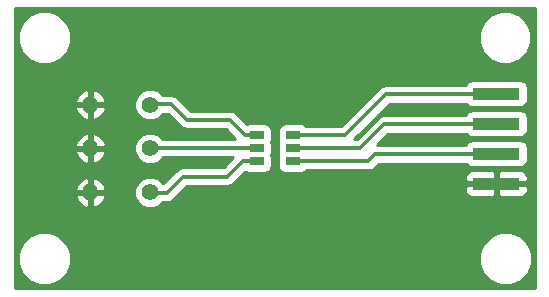
<source format=gtl>
G04 #@! TF.FileFunction,Copper,L1,Top,Signal*
%FSLAX46Y46*%
G04 Gerber Fmt 4.6, Leading zero omitted, Abs format (unit mm)*
G04 Created by KiCad (PCBNEW 4.0.7) date 01/10/18 12:45:48*
%MOMM*%
%LPD*%
G01*
G04 APERTURE LIST*
%ADD10C,0.150000*%
%ADD11R,3.997960X0.998220*%
%ADD12R,1.300000X0.700000*%
%ADD13C,1.400000*%
%ADD14O,1.400000X1.400000*%
%ADD15C,0.304800*%
%ADD16C,0.254000*%
G04 APERTURE END LIST*
D10*
D11*
X117819100Y-58890000D03*
X117819100Y-61430000D03*
X117819100Y-63970000D03*
X117819100Y-66510000D03*
D12*
X97510000Y-62400000D03*
X97510000Y-63500000D03*
X97510000Y-64600000D03*
X100610000Y-64600000D03*
X100610000Y-63500000D03*
X100610000Y-62400000D03*
D13*
X88510000Y-59820000D03*
D14*
X83430000Y-59820000D03*
D13*
X88510000Y-63510000D03*
D14*
X83430000Y-63510000D03*
D13*
X88510000Y-67250000D03*
D14*
X83430000Y-67250000D03*
D15*
X118400000Y-58950000D02*
X108450000Y-58950000D01*
X105000000Y-62400000D02*
X100610000Y-62400000D01*
X108450000Y-58950000D02*
X105000000Y-62400000D01*
X118400000Y-61490000D02*
X108310000Y-61490000D01*
X106300000Y-63500000D02*
X100610000Y-63500000D01*
X108310000Y-61490000D02*
X106300000Y-63500000D01*
X118400000Y-64030000D02*
X107520000Y-64030000D01*
X106950000Y-64600000D02*
X100610000Y-64600000D01*
X107520000Y-64030000D02*
X106950000Y-64600000D01*
X117819100Y-66510000D02*
X108540000Y-66520000D01*
X105700000Y-69360000D02*
X81570000Y-69350000D01*
X108540000Y-66520000D02*
X105700000Y-69360000D01*
X83270000Y-67300000D02*
X82520000Y-67300000D01*
X82520000Y-67300000D02*
X81470000Y-68350000D01*
X83270000Y-63500000D02*
X82220000Y-63500000D01*
X82220000Y-63500000D02*
X81470000Y-64250000D01*
X83270000Y-59800000D02*
X81720000Y-59800000D01*
X81720000Y-59800000D02*
X81470000Y-60050000D01*
X81570000Y-69350000D02*
X86710000Y-69380000D01*
X81470000Y-69250000D02*
X81570000Y-69350000D01*
X81470000Y-60050000D02*
X81470000Y-64250000D01*
X81470000Y-64250000D02*
X81470000Y-65200000D01*
X81470000Y-65200000D02*
X81470000Y-68350000D01*
X81470000Y-68350000D02*
X81470000Y-69250000D01*
X95219820Y-61100000D02*
X91600000Y-61100000D01*
X97584260Y-62400180D02*
X96520000Y-62400180D01*
X95755460Y-61635640D02*
X96520000Y-62400180D01*
X95269820Y-61150000D02*
X95755460Y-61635640D01*
X95219820Y-61100000D02*
X95269820Y-61150000D01*
X90300000Y-59800000D02*
X88550000Y-59800000D01*
X91600000Y-61100000D02*
X90300000Y-59800000D01*
X97510000Y-63500000D02*
X88550000Y-63500000D01*
X97510000Y-64600000D02*
X96350000Y-64600000D01*
X89900000Y-67300000D02*
X88550000Y-67300000D01*
X91300000Y-65900000D02*
X89900000Y-67300000D01*
X95050000Y-65900000D02*
X91300000Y-65900000D01*
X96350000Y-64600000D02*
X95050000Y-65900000D01*
D16*
G36*
X121094500Y-75374500D02*
X77025500Y-75374500D01*
X77025500Y-73292619D01*
X77314613Y-73292619D01*
X77654155Y-74114372D01*
X78282321Y-74743636D01*
X79103481Y-75084611D01*
X79992619Y-75085387D01*
X80814372Y-74745845D01*
X81443636Y-74117679D01*
X81784611Y-73296519D01*
X81784614Y-73292619D01*
X116364613Y-73292619D01*
X116704155Y-74114372D01*
X117332321Y-74743636D01*
X118153481Y-75084611D01*
X119042619Y-75085387D01*
X119864372Y-74745845D01*
X120493636Y-74117679D01*
X120834611Y-73296519D01*
X120835387Y-72407381D01*
X120495845Y-71585628D01*
X119867679Y-70956364D01*
X119046519Y-70615389D01*
X118157381Y-70614613D01*
X117335628Y-70954155D01*
X116706364Y-71582321D01*
X116365389Y-72403481D01*
X116364613Y-73292619D01*
X81784614Y-73292619D01*
X81785387Y-72407381D01*
X81445845Y-71585628D01*
X80817679Y-70956364D01*
X79996519Y-70615389D01*
X79107381Y-70614613D01*
X78285628Y-70954155D01*
X77656364Y-71582321D01*
X77315389Y-72403481D01*
X77314613Y-73292619D01*
X77025500Y-73292619D01*
X77025500Y-67583329D01*
X82137284Y-67583329D01*
X82280203Y-67928396D01*
X82627337Y-68316764D01*
X83096669Y-68542727D01*
X83303000Y-68420206D01*
X83303000Y-67377000D01*
X83557000Y-67377000D01*
X83557000Y-68420206D01*
X83763331Y-68542727D01*
X84232663Y-68316764D01*
X84579797Y-67928396D01*
X84722716Y-67583329D01*
X84599374Y-67377000D01*
X83557000Y-67377000D01*
X83303000Y-67377000D01*
X82260626Y-67377000D01*
X82137284Y-67583329D01*
X77025500Y-67583329D01*
X77025500Y-66916671D01*
X82137284Y-66916671D01*
X82260626Y-67123000D01*
X83303000Y-67123000D01*
X83303000Y-66079794D01*
X83557000Y-66079794D01*
X83557000Y-67123000D01*
X84599374Y-67123000D01*
X84722716Y-66916671D01*
X84579797Y-66571604D01*
X84232663Y-66183236D01*
X83763331Y-65957273D01*
X83557000Y-66079794D01*
X83303000Y-66079794D01*
X83096669Y-65957273D01*
X82627337Y-66183236D01*
X82280203Y-66571604D01*
X82137284Y-66916671D01*
X77025500Y-66916671D01*
X77025500Y-63843329D01*
X82137284Y-63843329D01*
X82280203Y-64188396D01*
X82627337Y-64576764D01*
X83096669Y-64802727D01*
X83303000Y-64680206D01*
X83303000Y-63637000D01*
X83557000Y-63637000D01*
X83557000Y-64680206D01*
X83763331Y-64802727D01*
X84232663Y-64576764D01*
X84579797Y-64188396D01*
X84722716Y-63843329D01*
X84599374Y-63637000D01*
X83557000Y-63637000D01*
X83303000Y-63637000D01*
X82260626Y-63637000D01*
X82137284Y-63843329D01*
X77025500Y-63843329D01*
X77025500Y-63176671D01*
X82137284Y-63176671D01*
X82260626Y-63383000D01*
X83303000Y-63383000D01*
X83303000Y-62339794D01*
X83557000Y-62339794D01*
X83557000Y-63383000D01*
X84599374Y-63383000D01*
X84722716Y-63176671D01*
X84579797Y-62831604D01*
X84232663Y-62443236D01*
X83763331Y-62217273D01*
X83557000Y-62339794D01*
X83303000Y-62339794D01*
X83096669Y-62217273D01*
X82627337Y-62443236D01*
X82280203Y-62831604D01*
X82137284Y-63176671D01*
X77025500Y-63176671D01*
X77025500Y-60153329D01*
X82137284Y-60153329D01*
X82280203Y-60498396D01*
X82627337Y-60886764D01*
X83096669Y-61112727D01*
X83303000Y-60990206D01*
X83303000Y-59947000D01*
X83557000Y-59947000D01*
X83557000Y-60990206D01*
X83763331Y-61112727D01*
X84232663Y-60886764D01*
X84579797Y-60498396D01*
X84722716Y-60153329D01*
X84681501Y-60084383D01*
X87174769Y-60084383D01*
X87377582Y-60575229D01*
X87752796Y-60951098D01*
X88243287Y-61154768D01*
X88774383Y-61155231D01*
X89265229Y-60952418D01*
X89630884Y-60587400D01*
X89973848Y-60587400D01*
X91043224Y-61656776D01*
X91298675Y-61827463D01*
X91600000Y-61887400D01*
X94893668Y-61887400D01*
X95718868Y-62712600D01*
X89600320Y-62712600D01*
X89267204Y-62378902D01*
X88776713Y-62175232D01*
X88245617Y-62174769D01*
X87754771Y-62377582D01*
X87378902Y-62752796D01*
X87175232Y-63243287D01*
X87174769Y-63774383D01*
X87377582Y-64265229D01*
X87752796Y-64641098D01*
X88243287Y-64844768D01*
X88774383Y-64845231D01*
X89265229Y-64642418D01*
X89620867Y-64287400D01*
X95549048Y-64287400D01*
X94723848Y-65112600D01*
X91300000Y-65112600D01*
X90998675Y-65172537D01*
X90743224Y-65343224D01*
X89617070Y-66469378D01*
X89267204Y-66118902D01*
X88776713Y-65915232D01*
X88245617Y-65914769D01*
X87754771Y-66117582D01*
X87378902Y-66492796D01*
X87175232Y-66983287D01*
X87174769Y-67514383D01*
X87377582Y-68005229D01*
X87752796Y-68381098D01*
X88243287Y-68584768D01*
X88774383Y-68585231D01*
X89265229Y-68382418D01*
X89560762Y-68087400D01*
X89900000Y-68087400D01*
X90201325Y-68027463D01*
X90456776Y-67856776D01*
X91517802Y-66795750D01*
X115185120Y-66795750D01*
X115185120Y-67135420D01*
X115281793Y-67368809D01*
X115460422Y-67547437D01*
X115693811Y-67644110D01*
X117533350Y-67644110D01*
X117692100Y-67485360D01*
X117692100Y-66637000D01*
X117946100Y-66637000D01*
X117946100Y-67485360D01*
X118104850Y-67644110D01*
X119944389Y-67644110D01*
X120177778Y-67547437D01*
X120356407Y-67368809D01*
X120453080Y-67135420D01*
X120453080Y-66795750D01*
X120294330Y-66637000D01*
X117946100Y-66637000D01*
X117692100Y-66637000D01*
X115343870Y-66637000D01*
X115185120Y-66795750D01*
X91517802Y-66795750D01*
X91626152Y-66687400D01*
X95050000Y-66687400D01*
X95351325Y-66627463D01*
X95606776Y-66456776D01*
X96178972Y-65884580D01*
X115185120Y-65884580D01*
X115185120Y-66224250D01*
X115343870Y-66383000D01*
X117692100Y-66383000D01*
X117692100Y-65534640D01*
X117946100Y-65534640D01*
X117946100Y-66383000D01*
X120294330Y-66383000D01*
X120453080Y-66224250D01*
X120453080Y-65884580D01*
X120356407Y-65651191D01*
X120177778Y-65472563D01*
X119944389Y-65375890D01*
X118104850Y-65375890D01*
X117946100Y-65534640D01*
X117692100Y-65534640D01*
X117533350Y-65375890D01*
X115693811Y-65375890D01*
X115460422Y-65472563D01*
X115281793Y-65651191D01*
X115185120Y-65884580D01*
X96178972Y-65884580D01*
X96554055Y-65509497D01*
X96608110Y-65546431D01*
X96860000Y-65597440D01*
X98160000Y-65597440D01*
X98395317Y-65553162D01*
X98611441Y-65414090D01*
X98756431Y-65201890D01*
X98807440Y-64950000D01*
X98807440Y-64250000D01*
X98768426Y-64042658D01*
X98807440Y-63850000D01*
X98807440Y-63150000D01*
X98768426Y-62942658D01*
X98807440Y-62750000D01*
X98807440Y-62050000D01*
X99312560Y-62050000D01*
X99312560Y-62750000D01*
X99351574Y-62957342D01*
X99312560Y-63150000D01*
X99312560Y-63850000D01*
X99351574Y-64057342D01*
X99312560Y-64250000D01*
X99312560Y-64950000D01*
X99356838Y-65185317D01*
X99495910Y-65401441D01*
X99708110Y-65546431D01*
X99960000Y-65597440D01*
X101260000Y-65597440D01*
X101495317Y-65553162D01*
X101711441Y-65414090D01*
X101729677Y-65387400D01*
X106950000Y-65387400D01*
X107251325Y-65327463D01*
X107506776Y-65156776D01*
X107846152Y-64817400D01*
X115289654Y-64817400D01*
X115356030Y-64920551D01*
X115568230Y-65065541D01*
X115820120Y-65116550D01*
X119818080Y-65116550D01*
X120053397Y-65072272D01*
X120269521Y-64933200D01*
X120414511Y-64721000D01*
X120465520Y-64469110D01*
X120465520Y-63470890D01*
X120421242Y-63235573D01*
X120282170Y-63019449D01*
X120069970Y-62874459D01*
X119818080Y-62823450D01*
X115820120Y-62823450D01*
X115584803Y-62867728D01*
X115368679Y-63006800D01*
X115223689Y-63219000D01*
X115218910Y-63242600D01*
X107670952Y-63242600D01*
X108636152Y-62277400D01*
X115289654Y-62277400D01*
X115356030Y-62380551D01*
X115568230Y-62525541D01*
X115820120Y-62576550D01*
X119818080Y-62576550D01*
X120053397Y-62532272D01*
X120269521Y-62393200D01*
X120414511Y-62181000D01*
X120465520Y-61929110D01*
X120465520Y-60930890D01*
X120421242Y-60695573D01*
X120282170Y-60479449D01*
X120069970Y-60334459D01*
X119818080Y-60283450D01*
X115820120Y-60283450D01*
X115584803Y-60327728D01*
X115368679Y-60466800D01*
X115223689Y-60679000D01*
X115218910Y-60702600D01*
X108310000Y-60702600D01*
X108008675Y-60762537D01*
X107753224Y-60933224D01*
X105973848Y-62712600D01*
X105800952Y-62712600D01*
X108776152Y-59737400D01*
X115289654Y-59737400D01*
X115356030Y-59840551D01*
X115568230Y-59985541D01*
X115820120Y-60036550D01*
X119818080Y-60036550D01*
X120053397Y-59992272D01*
X120269521Y-59853200D01*
X120414511Y-59641000D01*
X120465520Y-59389110D01*
X120465520Y-58390890D01*
X120421242Y-58155573D01*
X120282170Y-57939449D01*
X120069970Y-57794459D01*
X119818080Y-57743450D01*
X115820120Y-57743450D01*
X115584803Y-57787728D01*
X115368679Y-57926800D01*
X115223689Y-58139000D01*
X115218910Y-58162600D01*
X108450000Y-58162600D01*
X108148675Y-58222537D01*
X107893224Y-58393224D01*
X104673848Y-61612600D01*
X101733125Y-61612600D01*
X101724090Y-61598559D01*
X101511890Y-61453569D01*
X101260000Y-61402560D01*
X99960000Y-61402560D01*
X99724683Y-61446838D01*
X99508559Y-61585910D01*
X99363569Y-61798110D01*
X99312560Y-62050000D01*
X98807440Y-62050000D01*
X98763162Y-61814683D01*
X98624090Y-61598559D01*
X98411890Y-61453569D01*
X98160000Y-61402560D01*
X96860000Y-61402560D01*
X96671416Y-61438044D01*
X95776596Y-60543224D01*
X95521145Y-60372537D01*
X95219820Y-60312600D01*
X91926152Y-60312600D01*
X90856776Y-59243224D01*
X90601325Y-59072537D01*
X90300000Y-59012600D01*
X89590338Y-59012600D01*
X89267204Y-58688902D01*
X88776713Y-58485232D01*
X88245617Y-58484769D01*
X87754771Y-58687582D01*
X87378902Y-59062796D01*
X87175232Y-59553287D01*
X87174769Y-60084383D01*
X84681501Y-60084383D01*
X84599374Y-59947000D01*
X83557000Y-59947000D01*
X83303000Y-59947000D01*
X82260626Y-59947000D01*
X82137284Y-60153329D01*
X77025500Y-60153329D01*
X77025500Y-59486671D01*
X82137284Y-59486671D01*
X82260626Y-59693000D01*
X83303000Y-59693000D01*
X83303000Y-58649794D01*
X83557000Y-58649794D01*
X83557000Y-59693000D01*
X84599374Y-59693000D01*
X84722716Y-59486671D01*
X84579797Y-59141604D01*
X84232663Y-58753236D01*
X83763331Y-58527273D01*
X83557000Y-58649794D01*
X83303000Y-58649794D01*
X83096669Y-58527273D01*
X82627337Y-58753236D01*
X82280203Y-59141604D01*
X82137284Y-59486671D01*
X77025500Y-59486671D01*
X77025500Y-54592619D01*
X77314613Y-54592619D01*
X77654155Y-55414372D01*
X78282321Y-56043636D01*
X79103481Y-56384611D01*
X79992619Y-56385387D01*
X80814372Y-56045845D01*
X81443636Y-55417679D01*
X81784611Y-54596519D01*
X81784614Y-54592619D01*
X116314613Y-54592619D01*
X116654155Y-55414372D01*
X117282321Y-56043636D01*
X118103481Y-56384611D01*
X118992619Y-56385387D01*
X119814372Y-56045845D01*
X120443636Y-55417679D01*
X120784611Y-54596519D01*
X120785387Y-53707381D01*
X120445845Y-52885628D01*
X119817679Y-52256364D01*
X118996519Y-51915389D01*
X118107381Y-51914613D01*
X117285628Y-52254155D01*
X116656364Y-52882321D01*
X116315389Y-53703481D01*
X116314613Y-54592619D01*
X81784614Y-54592619D01*
X81785387Y-53707381D01*
X81445845Y-52885628D01*
X80817679Y-52256364D01*
X79996519Y-51915389D01*
X79107381Y-51914613D01*
X78285628Y-52254155D01*
X77656364Y-52882321D01*
X77315389Y-53703481D01*
X77314613Y-54592619D01*
X77025500Y-54592619D01*
X77025500Y-51625500D01*
X121094500Y-51625500D01*
X121094500Y-75374500D01*
X121094500Y-75374500D01*
G37*
X121094500Y-75374500D02*
X77025500Y-75374500D01*
X77025500Y-73292619D01*
X77314613Y-73292619D01*
X77654155Y-74114372D01*
X78282321Y-74743636D01*
X79103481Y-75084611D01*
X79992619Y-75085387D01*
X80814372Y-74745845D01*
X81443636Y-74117679D01*
X81784611Y-73296519D01*
X81784614Y-73292619D01*
X116364613Y-73292619D01*
X116704155Y-74114372D01*
X117332321Y-74743636D01*
X118153481Y-75084611D01*
X119042619Y-75085387D01*
X119864372Y-74745845D01*
X120493636Y-74117679D01*
X120834611Y-73296519D01*
X120835387Y-72407381D01*
X120495845Y-71585628D01*
X119867679Y-70956364D01*
X119046519Y-70615389D01*
X118157381Y-70614613D01*
X117335628Y-70954155D01*
X116706364Y-71582321D01*
X116365389Y-72403481D01*
X116364613Y-73292619D01*
X81784614Y-73292619D01*
X81785387Y-72407381D01*
X81445845Y-71585628D01*
X80817679Y-70956364D01*
X79996519Y-70615389D01*
X79107381Y-70614613D01*
X78285628Y-70954155D01*
X77656364Y-71582321D01*
X77315389Y-72403481D01*
X77314613Y-73292619D01*
X77025500Y-73292619D01*
X77025500Y-67583329D01*
X82137284Y-67583329D01*
X82280203Y-67928396D01*
X82627337Y-68316764D01*
X83096669Y-68542727D01*
X83303000Y-68420206D01*
X83303000Y-67377000D01*
X83557000Y-67377000D01*
X83557000Y-68420206D01*
X83763331Y-68542727D01*
X84232663Y-68316764D01*
X84579797Y-67928396D01*
X84722716Y-67583329D01*
X84599374Y-67377000D01*
X83557000Y-67377000D01*
X83303000Y-67377000D01*
X82260626Y-67377000D01*
X82137284Y-67583329D01*
X77025500Y-67583329D01*
X77025500Y-66916671D01*
X82137284Y-66916671D01*
X82260626Y-67123000D01*
X83303000Y-67123000D01*
X83303000Y-66079794D01*
X83557000Y-66079794D01*
X83557000Y-67123000D01*
X84599374Y-67123000D01*
X84722716Y-66916671D01*
X84579797Y-66571604D01*
X84232663Y-66183236D01*
X83763331Y-65957273D01*
X83557000Y-66079794D01*
X83303000Y-66079794D01*
X83096669Y-65957273D01*
X82627337Y-66183236D01*
X82280203Y-66571604D01*
X82137284Y-66916671D01*
X77025500Y-66916671D01*
X77025500Y-63843329D01*
X82137284Y-63843329D01*
X82280203Y-64188396D01*
X82627337Y-64576764D01*
X83096669Y-64802727D01*
X83303000Y-64680206D01*
X83303000Y-63637000D01*
X83557000Y-63637000D01*
X83557000Y-64680206D01*
X83763331Y-64802727D01*
X84232663Y-64576764D01*
X84579797Y-64188396D01*
X84722716Y-63843329D01*
X84599374Y-63637000D01*
X83557000Y-63637000D01*
X83303000Y-63637000D01*
X82260626Y-63637000D01*
X82137284Y-63843329D01*
X77025500Y-63843329D01*
X77025500Y-63176671D01*
X82137284Y-63176671D01*
X82260626Y-63383000D01*
X83303000Y-63383000D01*
X83303000Y-62339794D01*
X83557000Y-62339794D01*
X83557000Y-63383000D01*
X84599374Y-63383000D01*
X84722716Y-63176671D01*
X84579797Y-62831604D01*
X84232663Y-62443236D01*
X83763331Y-62217273D01*
X83557000Y-62339794D01*
X83303000Y-62339794D01*
X83096669Y-62217273D01*
X82627337Y-62443236D01*
X82280203Y-62831604D01*
X82137284Y-63176671D01*
X77025500Y-63176671D01*
X77025500Y-60153329D01*
X82137284Y-60153329D01*
X82280203Y-60498396D01*
X82627337Y-60886764D01*
X83096669Y-61112727D01*
X83303000Y-60990206D01*
X83303000Y-59947000D01*
X83557000Y-59947000D01*
X83557000Y-60990206D01*
X83763331Y-61112727D01*
X84232663Y-60886764D01*
X84579797Y-60498396D01*
X84722716Y-60153329D01*
X84681501Y-60084383D01*
X87174769Y-60084383D01*
X87377582Y-60575229D01*
X87752796Y-60951098D01*
X88243287Y-61154768D01*
X88774383Y-61155231D01*
X89265229Y-60952418D01*
X89630884Y-60587400D01*
X89973848Y-60587400D01*
X91043224Y-61656776D01*
X91298675Y-61827463D01*
X91600000Y-61887400D01*
X94893668Y-61887400D01*
X95718868Y-62712600D01*
X89600320Y-62712600D01*
X89267204Y-62378902D01*
X88776713Y-62175232D01*
X88245617Y-62174769D01*
X87754771Y-62377582D01*
X87378902Y-62752796D01*
X87175232Y-63243287D01*
X87174769Y-63774383D01*
X87377582Y-64265229D01*
X87752796Y-64641098D01*
X88243287Y-64844768D01*
X88774383Y-64845231D01*
X89265229Y-64642418D01*
X89620867Y-64287400D01*
X95549048Y-64287400D01*
X94723848Y-65112600D01*
X91300000Y-65112600D01*
X90998675Y-65172537D01*
X90743224Y-65343224D01*
X89617070Y-66469378D01*
X89267204Y-66118902D01*
X88776713Y-65915232D01*
X88245617Y-65914769D01*
X87754771Y-66117582D01*
X87378902Y-66492796D01*
X87175232Y-66983287D01*
X87174769Y-67514383D01*
X87377582Y-68005229D01*
X87752796Y-68381098D01*
X88243287Y-68584768D01*
X88774383Y-68585231D01*
X89265229Y-68382418D01*
X89560762Y-68087400D01*
X89900000Y-68087400D01*
X90201325Y-68027463D01*
X90456776Y-67856776D01*
X91517802Y-66795750D01*
X115185120Y-66795750D01*
X115185120Y-67135420D01*
X115281793Y-67368809D01*
X115460422Y-67547437D01*
X115693811Y-67644110D01*
X117533350Y-67644110D01*
X117692100Y-67485360D01*
X117692100Y-66637000D01*
X117946100Y-66637000D01*
X117946100Y-67485360D01*
X118104850Y-67644110D01*
X119944389Y-67644110D01*
X120177778Y-67547437D01*
X120356407Y-67368809D01*
X120453080Y-67135420D01*
X120453080Y-66795750D01*
X120294330Y-66637000D01*
X117946100Y-66637000D01*
X117692100Y-66637000D01*
X115343870Y-66637000D01*
X115185120Y-66795750D01*
X91517802Y-66795750D01*
X91626152Y-66687400D01*
X95050000Y-66687400D01*
X95351325Y-66627463D01*
X95606776Y-66456776D01*
X96178972Y-65884580D01*
X115185120Y-65884580D01*
X115185120Y-66224250D01*
X115343870Y-66383000D01*
X117692100Y-66383000D01*
X117692100Y-65534640D01*
X117946100Y-65534640D01*
X117946100Y-66383000D01*
X120294330Y-66383000D01*
X120453080Y-66224250D01*
X120453080Y-65884580D01*
X120356407Y-65651191D01*
X120177778Y-65472563D01*
X119944389Y-65375890D01*
X118104850Y-65375890D01*
X117946100Y-65534640D01*
X117692100Y-65534640D01*
X117533350Y-65375890D01*
X115693811Y-65375890D01*
X115460422Y-65472563D01*
X115281793Y-65651191D01*
X115185120Y-65884580D01*
X96178972Y-65884580D01*
X96554055Y-65509497D01*
X96608110Y-65546431D01*
X96860000Y-65597440D01*
X98160000Y-65597440D01*
X98395317Y-65553162D01*
X98611441Y-65414090D01*
X98756431Y-65201890D01*
X98807440Y-64950000D01*
X98807440Y-64250000D01*
X98768426Y-64042658D01*
X98807440Y-63850000D01*
X98807440Y-63150000D01*
X98768426Y-62942658D01*
X98807440Y-62750000D01*
X98807440Y-62050000D01*
X99312560Y-62050000D01*
X99312560Y-62750000D01*
X99351574Y-62957342D01*
X99312560Y-63150000D01*
X99312560Y-63850000D01*
X99351574Y-64057342D01*
X99312560Y-64250000D01*
X99312560Y-64950000D01*
X99356838Y-65185317D01*
X99495910Y-65401441D01*
X99708110Y-65546431D01*
X99960000Y-65597440D01*
X101260000Y-65597440D01*
X101495317Y-65553162D01*
X101711441Y-65414090D01*
X101729677Y-65387400D01*
X106950000Y-65387400D01*
X107251325Y-65327463D01*
X107506776Y-65156776D01*
X107846152Y-64817400D01*
X115289654Y-64817400D01*
X115356030Y-64920551D01*
X115568230Y-65065541D01*
X115820120Y-65116550D01*
X119818080Y-65116550D01*
X120053397Y-65072272D01*
X120269521Y-64933200D01*
X120414511Y-64721000D01*
X120465520Y-64469110D01*
X120465520Y-63470890D01*
X120421242Y-63235573D01*
X120282170Y-63019449D01*
X120069970Y-62874459D01*
X119818080Y-62823450D01*
X115820120Y-62823450D01*
X115584803Y-62867728D01*
X115368679Y-63006800D01*
X115223689Y-63219000D01*
X115218910Y-63242600D01*
X107670952Y-63242600D01*
X108636152Y-62277400D01*
X115289654Y-62277400D01*
X115356030Y-62380551D01*
X115568230Y-62525541D01*
X115820120Y-62576550D01*
X119818080Y-62576550D01*
X120053397Y-62532272D01*
X120269521Y-62393200D01*
X120414511Y-62181000D01*
X120465520Y-61929110D01*
X120465520Y-60930890D01*
X120421242Y-60695573D01*
X120282170Y-60479449D01*
X120069970Y-60334459D01*
X119818080Y-60283450D01*
X115820120Y-60283450D01*
X115584803Y-60327728D01*
X115368679Y-60466800D01*
X115223689Y-60679000D01*
X115218910Y-60702600D01*
X108310000Y-60702600D01*
X108008675Y-60762537D01*
X107753224Y-60933224D01*
X105973848Y-62712600D01*
X105800952Y-62712600D01*
X108776152Y-59737400D01*
X115289654Y-59737400D01*
X115356030Y-59840551D01*
X115568230Y-59985541D01*
X115820120Y-60036550D01*
X119818080Y-60036550D01*
X120053397Y-59992272D01*
X120269521Y-59853200D01*
X120414511Y-59641000D01*
X120465520Y-59389110D01*
X120465520Y-58390890D01*
X120421242Y-58155573D01*
X120282170Y-57939449D01*
X120069970Y-57794459D01*
X119818080Y-57743450D01*
X115820120Y-57743450D01*
X115584803Y-57787728D01*
X115368679Y-57926800D01*
X115223689Y-58139000D01*
X115218910Y-58162600D01*
X108450000Y-58162600D01*
X108148675Y-58222537D01*
X107893224Y-58393224D01*
X104673848Y-61612600D01*
X101733125Y-61612600D01*
X101724090Y-61598559D01*
X101511890Y-61453569D01*
X101260000Y-61402560D01*
X99960000Y-61402560D01*
X99724683Y-61446838D01*
X99508559Y-61585910D01*
X99363569Y-61798110D01*
X99312560Y-62050000D01*
X98807440Y-62050000D01*
X98763162Y-61814683D01*
X98624090Y-61598559D01*
X98411890Y-61453569D01*
X98160000Y-61402560D01*
X96860000Y-61402560D01*
X96671416Y-61438044D01*
X95776596Y-60543224D01*
X95521145Y-60372537D01*
X95219820Y-60312600D01*
X91926152Y-60312600D01*
X90856776Y-59243224D01*
X90601325Y-59072537D01*
X90300000Y-59012600D01*
X89590338Y-59012600D01*
X89267204Y-58688902D01*
X88776713Y-58485232D01*
X88245617Y-58484769D01*
X87754771Y-58687582D01*
X87378902Y-59062796D01*
X87175232Y-59553287D01*
X87174769Y-60084383D01*
X84681501Y-60084383D01*
X84599374Y-59947000D01*
X83557000Y-59947000D01*
X83303000Y-59947000D01*
X82260626Y-59947000D01*
X82137284Y-60153329D01*
X77025500Y-60153329D01*
X77025500Y-59486671D01*
X82137284Y-59486671D01*
X82260626Y-59693000D01*
X83303000Y-59693000D01*
X83303000Y-58649794D01*
X83557000Y-58649794D01*
X83557000Y-59693000D01*
X84599374Y-59693000D01*
X84722716Y-59486671D01*
X84579797Y-59141604D01*
X84232663Y-58753236D01*
X83763331Y-58527273D01*
X83557000Y-58649794D01*
X83303000Y-58649794D01*
X83096669Y-58527273D01*
X82627337Y-58753236D01*
X82280203Y-59141604D01*
X82137284Y-59486671D01*
X77025500Y-59486671D01*
X77025500Y-54592619D01*
X77314613Y-54592619D01*
X77654155Y-55414372D01*
X78282321Y-56043636D01*
X79103481Y-56384611D01*
X79992619Y-56385387D01*
X80814372Y-56045845D01*
X81443636Y-55417679D01*
X81784611Y-54596519D01*
X81784614Y-54592619D01*
X116314613Y-54592619D01*
X116654155Y-55414372D01*
X117282321Y-56043636D01*
X118103481Y-56384611D01*
X118992619Y-56385387D01*
X119814372Y-56045845D01*
X120443636Y-55417679D01*
X120784611Y-54596519D01*
X120785387Y-53707381D01*
X120445845Y-52885628D01*
X119817679Y-52256364D01*
X118996519Y-51915389D01*
X118107381Y-51914613D01*
X117285628Y-52254155D01*
X116656364Y-52882321D01*
X116315389Y-53703481D01*
X116314613Y-54592619D01*
X81784614Y-54592619D01*
X81785387Y-53707381D01*
X81445845Y-52885628D01*
X80817679Y-52256364D01*
X79996519Y-51915389D01*
X79107381Y-51914613D01*
X78285628Y-52254155D01*
X77656364Y-52882321D01*
X77315389Y-53703481D01*
X77314613Y-54592619D01*
X77025500Y-54592619D01*
X77025500Y-51625500D01*
X121094500Y-51625500D01*
X121094500Y-75374500D01*
M02*

</source>
